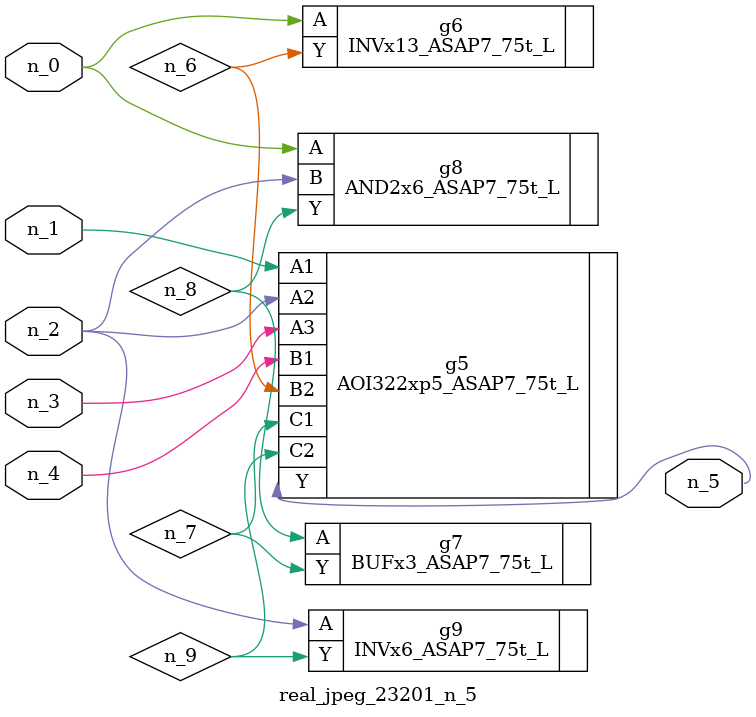
<source format=v>
module real_jpeg_23201_n_5 (n_4, n_0, n_1, n_2, n_3, n_5);

input n_4;
input n_0;
input n_1;
input n_2;
input n_3;

output n_5;

wire n_8;
wire n_6;
wire n_7;
wire n_9;

INVx13_ASAP7_75t_L g6 ( 
.A(n_0),
.Y(n_6)
);

AND2x6_ASAP7_75t_L g8 ( 
.A(n_0),
.B(n_2),
.Y(n_8)
);

AOI322xp5_ASAP7_75t_L g5 ( 
.A1(n_1),
.A2(n_2),
.A3(n_3),
.B1(n_4),
.B2(n_6),
.C1(n_7),
.C2(n_9),
.Y(n_5)
);

INVx6_ASAP7_75t_L g9 ( 
.A(n_2),
.Y(n_9)
);

BUFx3_ASAP7_75t_L g7 ( 
.A(n_8),
.Y(n_7)
);


endmodule
</source>
